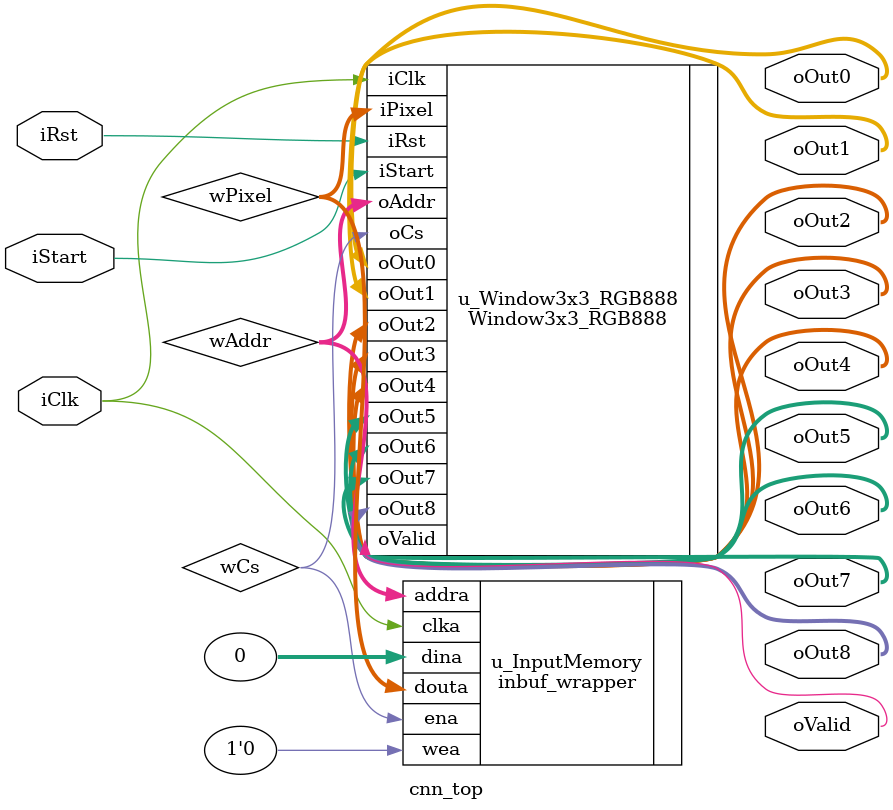
<source format=v>
module cnn_top (
	input iClk,
	input iRst,
	input iStart,

	output [23:0] oOut0,
	output [23:0] oOut1,
	output [23:0] oOut2,
	output [23:0] oOut3,
	output [23:0] oOut4,
	output [23:0] oOut5,
	output [23:0] oOut6,
	output [23:0] oOut7,
	output [23:0] oOut8,
	output oValid
);

localparam DATA_W = 24;
localparam ADDR_W = 17;
localparam WIDTH = 480;
localparam HEIGHT = 272;
localparam DEPTH  = WIDTH * HEIGHT;

//wire wEn;

// clk_enable en1(
//     .iClk(iClk),
// 	.iRst(iRst),
// 	.oEnable(wEn)
// );

wire wCs;
wire [ADDR_W-1 : 0] wAddr;
wire [DATA_W-1 : 0] wPixel;

Window3x3_RGB888#(
    .DATA_W(DATA_W),
	.ADDR_W(ADDR_W),
	.WIDTH(WIDTH),
	.HEIGHT(HEIGHT),
	.DEPTH(DEPTH)
)u_Window3x3_RGB888(
	.iClk(iClk),
	.iRst(iRst),
	//.iEn(wEn),
	.iStart(iStart),
	/*for bram*/
	.oCs(wCs),
	.oAddr(wAddr),
	.iPixel(wPixel),

	/*next block 3x3 pixel */
	.oOut0(oOut0),
	.oOut1(oOut1),
	.oOut2(oOut2),
	.oOut3(oOut3),
	.oOut4(oOut4),
	.oOut5(oOut5),
	.oOut6(oOut6),
	.oOut7(oOut7),
	.oOut8(oOut8),
	.oValid(oValid)

);

inbuf_wrapper #(
  	.DATA_W(DATA_W),
	.ADDR_W(ADDR_W),
	.DEPTH(DEPTH)
) u_InputMemory(
  	.clka  (iClk),
	.ena   (wCs),
	.wea   (1'b0),//읽기모드
	.addra (wAddr),
	.dina  (0),//읽기모드
	.douta (wPixel)
);

endmodule
</source>
